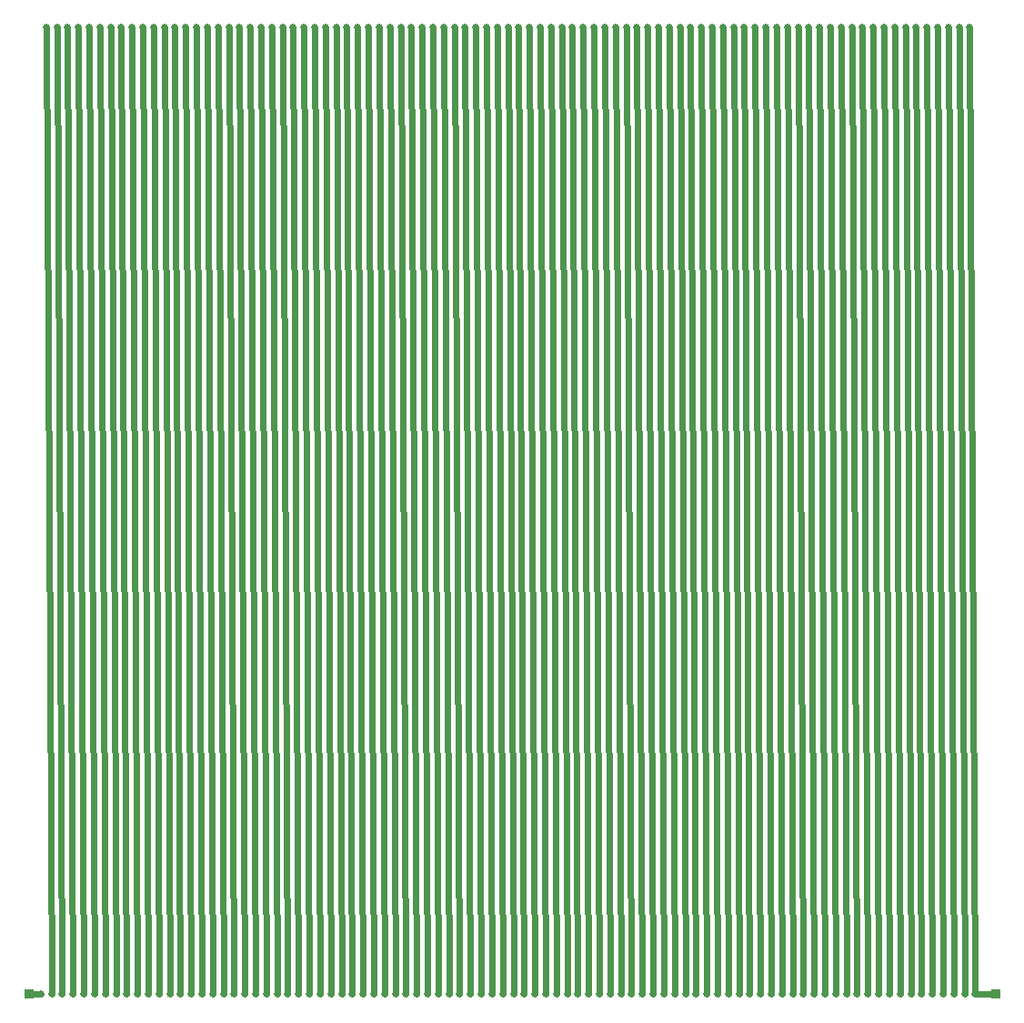
<source format=gbr>
%TF.GenerationSoftware,KiCad,Pcbnew,8.0.4*%
%TF.CreationDate,2024-09-11T16:59:23+10:00*%
%TF.ProjectId,pcb-inductor,7063622d-696e-4647-9563-746f722e6b69,rev?*%
%TF.SameCoordinates,Original*%
%TF.FileFunction,Copper,L1,Top*%
%TF.FilePolarity,Positive*%
%FSLAX46Y46*%
G04 Gerber Fmt 4.6, Leading zero omitted, Abs format (unit mm)*
G04 Created by KiCad (PCBNEW 8.0.4) date 2024-09-11 16:59:23*
%MOMM*%
%LPD*%
G01*
G04 APERTURE LIST*
%TA.AperFunction,NonConductor*%
%ADD10C,0.600000*%
%TD*%
%TA.AperFunction,ComponentPad*%
%ADD11R,0.850000X0.850000*%
%TD*%
%TA.AperFunction,ViaPad*%
%ADD12C,0.650000*%
%TD*%
G04 APERTURE END LIST*
D10*
X149600000Y-55000000D02*
X150100000Y-145000000D01*
X162600000Y-55000000D02*
X163100000Y-145000000D01*
X139600000Y-55000000D02*
X140100000Y-145000000D01*
X123600000Y-55000000D02*
X124100000Y-145000000D01*
X186600000Y-55000000D02*
X187100000Y-145000000D01*
X169600000Y-55000000D02*
X170100000Y-145000000D01*
X173600000Y-55000000D02*
X174100000Y-145000000D01*
X184600000Y-55000000D02*
X185100000Y-145000000D01*
X157600000Y-55000000D02*
X158100000Y-145000000D01*
X148600000Y-55000000D02*
X149100000Y-145000000D01*
X133600000Y-55000000D02*
X134100000Y-145000000D01*
X193600000Y-55000000D02*
X194100000Y-145000000D01*
X125600000Y-55000000D02*
X126100000Y-145000000D01*
X189600000Y-55000000D02*
X190100000Y-145000000D01*
X178600000Y-55000000D02*
X179100000Y-145000000D01*
X114600000Y-55000000D02*
X115100000Y-145000000D01*
X155600000Y-55000000D02*
X156100000Y-145000000D01*
X159600000Y-55000000D02*
X160100000Y-145000000D01*
X137600000Y-55000000D02*
X138100000Y-145000000D01*
X111600000Y-55000000D02*
X112100000Y-145000000D01*
X183600000Y-55000000D02*
X184100000Y-145000000D01*
X136600000Y-55000000D02*
X137100000Y-145000000D01*
X122600000Y-55000000D02*
X123100000Y-145000000D01*
X143600000Y-55000000D02*
X144100000Y-145000000D01*
X112600000Y-55000000D02*
X113100000Y-145000000D01*
X130600000Y-55000000D02*
X131100000Y-145000000D01*
X115600000Y-55000000D02*
X116100000Y-145000000D01*
X176600000Y-55000000D02*
X177100000Y-145000000D01*
X180600000Y-55000000D02*
X181100000Y-145000000D01*
X151600000Y-55000000D02*
X152100000Y-145000000D01*
X142600000Y-55000000D02*
X143100000Y-145000000D01*
X121600000Y-55000000D02*
X122100000Y-145000000D01*
X165600000Y-55000000D02*
X166100000Y-145000000D01*
X110000000Y-145000000D02*
X111100000Y-145000000D01*
X127600000Y-55000000D02*
X128100000Y-145000000D01*
X191600000Y-55000000D02*
X192100000Y-145000000D01*
X150600000Y-55000000D02*
X151100000Y-145000000D01*
X153600000Y-55000000D02*
X154100000Y-145000000D01*
X126600000Y-55000000D02*
X127100000Y-145000000D01*
X161600000Y-55000000D02*
X162100000Y-145000000D01*
X179600000Y-55000000D02*
X180100000Y-145000000D01*
X145600000Y-55000000D02*
X146100000Y-145000000D01*
X120600000Y-55000000D02*
X121100000Y-145000000D01*
X132600000Y-55000000D02*
X133100000Y-145000000D01*
X158600000Y-55000000D02*
X159100000Y-145000000D01*
X175600000Y-55000000D02*
X176100000Y-145000000D01*
X147600000Y-55000000D02*
X148100000Y-145000000D01*
X117600000Y-55000000D02*
X118100000Y-145000000D01*
X156600000Y-55000000D02*
X157100000Y-145000000D01*
X163600000Y-55000000D02*
X164100000Y-145000000D01*
X144600000Y-55000000D02*
X145100000Y-145000000D01*
X152600000Y-55000000D02*
X153100000Y-145000000D01*
X119600000Y-55000000D02*
X120100000Y-145000000D01*
X188600000Y-55000000D02*
X189100000Y-145000000D01*
X192600000Y-55000000D02*
X193100000Y-145000000D01*
X190600000Y-55000000D02*
X191100000Y-145000000D01*
X134600000Y-55000000D02*
X135100000Y-145000000D01*
X170600000Y-55000000D02*
X171100000Y-145000000D01*
X197600000Y-55000000D02*
X198100000Y-145000000D01*
X167600000Y-55000000D02*
X168100000Y-145000000D01*
X196600000Y-55000000D02*
X197100000Y-145000000D01*
X166600000Y-55000000D02*
X167100000Y-145000000D01*
X140600000Y-55000000D02*
X141100000Y-145000000D01*
X177600000Y-55000000D02*
X178100000Y-145000000D01*
X194600000Y-55000000D02*
X195100000Y-145000000D01*
X171600000Y-55000000D02*
X172100000Y-145000000D01*
X195600000Y-55000000D02*
X196100000Y-145000000D01*
X187600000Y-55000000D02*
X188100000Y-145000000D01*
X129600000Y-55000000D02*
X130100000Y-145000000D01*
X182600000Y-55000000D02*
X183100000Y-145000000D01*
X164600000Y-55000000D02*
X165100000Y-145000000D01*
X131600000Y-55000000D02*
X132100000Y-145000000D01*
X181600000Y-55000000D02*
X182100000Y-145000000D01*
X146600000Y-55000000D02*
X147100000Y-145000000D01*
X198100000Y-145000000D02*
X200000000Y-145000000D01*
X168600000Y-55000000D02*
X169100000Y-145000000D01*
X128600000Y-55000000D02*
X129100000Y-145000000D01*
X172600000Y-55000000D02*
X173100000Y-145000000D01*
X113600000Y-55000000D02*
X114100000Y-145000000D01*
X154600000Y-55000000D02*
X155100000Y-145000000D01*
X124600000Y-55000000D02*
X125100000Y-145000000D01*
X138600000Y-55000000D02*
X139100000Y-145000000D01*
X116600000Y-55000000D02*
X117100000Y-145000000D01*
X160600000Y-55000000D02*
X161100000Y-145000000D01*
X135600000Y-55000000D02*
X136100000Y-145000000D01*
X118600000Y-55000000D02*
X119100000Y-145000000D01*
X141600000Y-55000000D02*
X142100000Y-145000000D01*
X174600000Y-55000000D02*
X175100000Y-145000000D01*
X185600000Y-55000000D02*
X186100000Y-145000000D01*
D11*
%TO.P,REF\u002A\u002A,1*%
%TO.N,N/C*%
X200000000Y-145000000D03*
%TD*%
%TO.P,REF\u002A\u002A,1*%
%TO.N,N/C*%
X110000000Y-145000000D03*
%TD*%
D12*
%TO.N,*%
X154600000Y-55000000D03*
X122100000Y-145000000D03*
X127100000Y-145000000D03*
X116100000Y-145000000D03*
X133600000Y-55000000D03*
X191600000Y-55000000D03*
X193600000Y-55000000D03*
X196100000Y-145000000D03*
X159600000Y-55000000D03*
X140600000Y-55000000D03*
X152100000Y-145000000D03*
X190600000Y-55000000D03*
X170600000Y-55000000D03*
X134100000Y-145000000D03*
X177100000Y-145000000D03*
X119600000Y-55000000D03*
X181100000Y-145000000D03*
X162100000Y-145000000D03*
X147600000Y-55000000D03*
X160100000Y-145000000D03*
X129100000Y-145000000D03*
X132600000Y-55000000D03*
X162600000Y-55000000D03*
X165100000Y-145000000D03*
X135600000Y-55000000D03*
X198100000Y-145000000D03*
X177600000Y-55000000D03*
X123100000Y-145000000D03*
X169100000Y-145000000D03*
X168100000Y-145000000D03*
X116600000Y-55000000D03*
X174600000Y-55000000D03*
X163600000Y-55000000D03*
X118600000Y-55000000D03*
X180100000Y-145000000D03*
X188600000Y-55000000D03*
X149600000Y-55000000D03*
X147100000Y-145000000D03*
X182600000Y-55000000D03*
X184600000Y-55000000D03*
X146600000Y-55000000D03*
X140100000Y-145000000D03*
X184100000Y-145000000D03*
X132100000Y-145000000D03*
X153100000Y-145000000D03*
X137100000Y-145000000D03*
X113600000Y-55000000D03*
X182100000Y-145000000D03*
X155100000Y-145000000D03*
X194100000Y-145000000D03*
X141100000Y-145000000D03*
X186100000Y-145000000D03*
X131100000Y-145000000D03*
X156600000Y-55000000D03*
X148100000Y-145000000D03*
X129600000Y-55000000D03*
X156100000Y-145000000D03*
X158100000Y-145000000D03*
X196600000Y-55000000D03*
X148600000Y-55000000D03*
X118100000Y-145000000D03*
X185600000Y-55000000D03*
X175600000Y-55000000D03*
X144100000Y-145000000D03*
X112100000Y-145000000D03*
X120100000Y-145000000D03*
X187100000Y-145000000D03*
X111100000Y-145000000D03*
X119100000Y-145000000D03*
X115100000Y-145000000D03*
X190100000Y-145000000D03*
X176600000Y-55000000D03*
X145100000Y-145000000D03*
X122600000Y-55000000D03*
X117600000Y-55000000D03*
X179100000Y-145000000D03*
X174100000Y-145000000D03*
X126600000Y-55000000D03*
X195100000Y-145000000D03*
X121600000Y-55000000D03*
X128600000Y-55000000D03*
X167600000Y-55000000D03*
X192100000Y-145000000D03*
X164600000Y-55000000D03*
X166100000Y-145000000D03*
X194600000Y-55000000D03*
X114100000Y-145000000D03*
X197600000Y-55000000D03*
X124100000Y-145000000D03*
X138600000Y-55000000D03*
X141600000Y-55000000D03*
X157100000Y-145000000D03*
X160600000Y-55000000D03*
X168600000Y-55000000D03*
X143600000Y-55000000D03*
X123600000Y-55000000D03*
X111600000Y-55000000D03*
X125100000Y-145000000D03*
X143100000Y-145000000D03*
X179600000Y-55000000D03*
X125600000Y-55000000D03*
X114600000Y-55000000D03*
X142600000Y-55000000D03*
X163100000Y-145000000D03*
X169600000Y-55000000D03*
X197100000Y-145000000D03*
X173600000Y-55000000D03*
X195600000Y-55000000D03*
X154100000Y-145000000D03*
X161600000Y-55000000D03*
X181600000Y-55000000D03*
X159100000Y-145000000D03*
X144600000Y-55000000D03*
X139600000Y-55000000D03*
X183600000Y-55000000D03*
X152600000Y-55000000D03*
X136100000Y-145000000D03*
X161100000Y-145000000D03*
X149100000Y-145000000D03*
X176100000Y-145000000D03*
X117100000Y-145000000D03*
X146100000Y-145000000D03*
X158600000Y-55000000D03*
X164100000Y-145000000D03*
X130600000Y-55000000D03*
X191100000Y-145000000D03*
X187600000Y-55000000D03*
X126100000Y-145000000D03*
X142100000Y-145000000D03*
X172600000Y-55000000D03*
X178600000Y-55000000D03*
X127600000Y-55000000D03*
X193100000Y-145000000D03*
X189600000Y-55000000D03*
X175100000Y-145000000D03*
X185100000Y-145000000D03*
X113100000Y-145000000D03*
X186600000Y-55000000D03*
X115600000Y-55000000D03*
X135100000Y-145000000D03*
X192600000Y-55000000D03*
X150100000Y-145000000D03*
X157600000Y-55000000D03*
X139100000Y-145000000D03*
X172100000Y-145000000D03*
X151600000Y-55000000D03*
X121100000Y-145000000D03*
X165600000Y-55000000D03*
X112600000Y-55000000D03*
X136600000Y-55000000D03*
X189100000Y-145000000D03*
X180600000Y-55000000D03*
X173100000Y-145000000D03*
X171600000Y-55000000D03*
X155600000Y-55000000D03*
X171100000Y-145000000D03*
X183100000Y-145000000D03*
X166600000Y-55000000D03*
X124600000Y-55000000D03*
X128100000Y-145000000D03*
X170100000Y-145000000D03*
X167100000Y-145000000D03*
X120600000Y-55000000D03*
X188100000Y-145000000D03*
X134600000Y-55000000D03*
X151100000Y-145000000D03*
X145600000Y-55000000D03*
X131600000Y-55000000D03*
X138100000Y-145000000D03*
X178100000Y-145000000D03*
X150600000Y-55000000D03*
X137600000Y-55000000D03*
X153600000Y-55000000D03*
X133100000Y-145000000D03*
X130100000Y-145000000D03*
%TD*%
M02*

</source>
